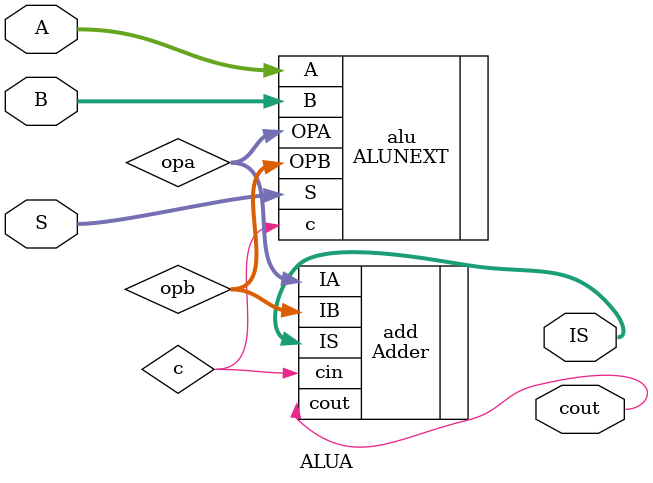
<source format=v>
module ALUA(
	input [7:0]A,
	input [7:0]B,
	input [1:0]S,
	output [7:0] IS,
	output cout
);

wire [7:0]opa; 
wire [7:0]opb; 
wire c; 


ALUNEXT alu(.A(A),.B(B),.S(S),.OPA(opa),.OPB(opb),.c(c));
Adder add(.IA(opa),.IB(opb),.cin(c),.IS(IS),.cout(cout));







endmodule

</source>
